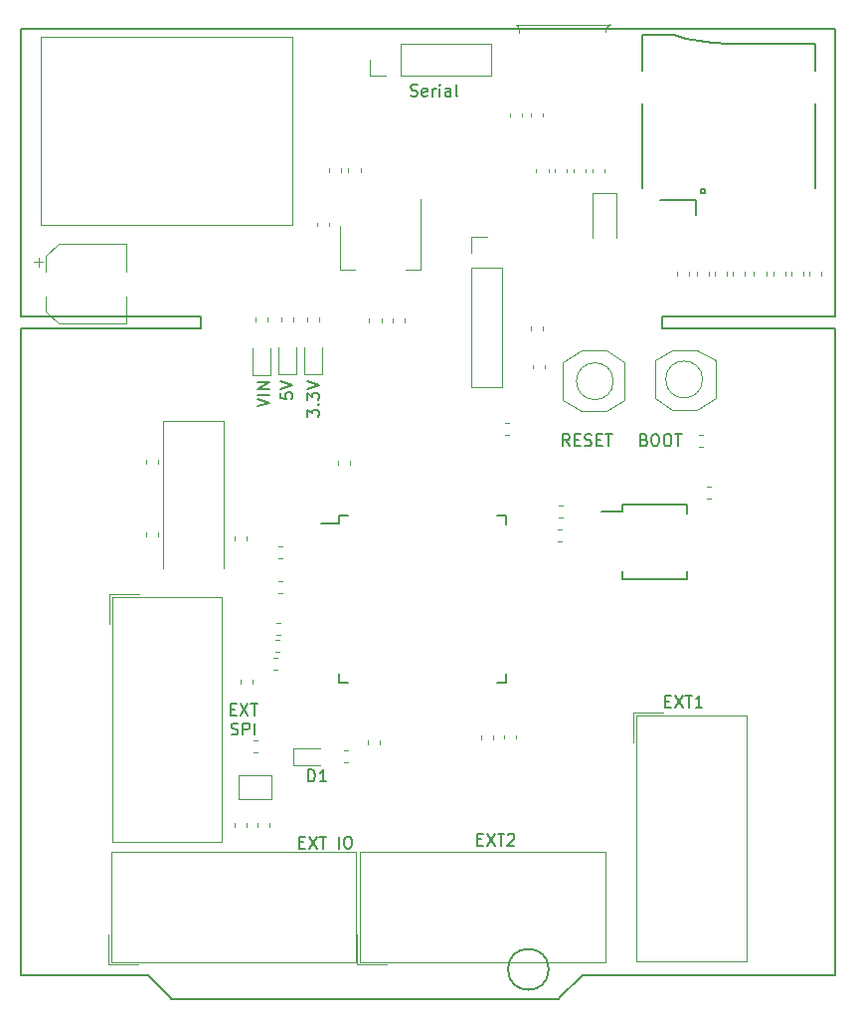
<source format=gto>
G04 #@! TF.GenerationSoftware,KiCad,Pcbnew,5.1.0-unknown-9e240db~82~ubuntu18.10.1*
G04 #@! TF.CreationDate,2019-04-07T18:23:48-07:00*
G04 #@! TF.ProjectId,Nucleo-64-407,4e75636c-656f-42d3-9634-2d3430372e6b,rev?*
G04 #@! TF.SameCoordinates,PX328b740PY6ea0500*
G04 #@! TF.FileFunction,Legend,Top*
G04 #@! TF.FilePolarity,Positive*
%FSLAX46Y46*%
G04 Gerber Fmt 4.6, Leading zero omitted, Abs format (unit mm)*
G04 Created by KiCad (PCBNEW 5.1.0-unknown-9e240db~82~ubuntu18.10.1) date 2019-04-07 18:23:48*
%MOMM*%
%LPD*%
G04 APERTURE LIST*
%ADD10C,0.150000*%
%ADD11C,0.120000*%
%ADD12C,0.100000*%
G04 APERTURE END LIST*
D10*
X18178571Y22646429D02*
X18511904Y22646429D01*
X18654761Y22122620D02*
X18178571Y22122620D01*
X18178571Y23122620D01*
X18654761Y23122620D01*
X18988095Y23122620D02*
X19654761Y22122620D01*
X19654761Y23122620D02*
X18988095Y22122620D01*
X19892857Y23122620D02*
X20464285Y23122620D01*
X20178571Y22122620D02*
X20178571Y23122620D01*
X18226190Y20520239D02*
X18369047Y20472620D01*
X18607142Y20472620D01*
X18702380Y20520239D01*
X18750000Y20567858D01*
X18797619Y20663096D01*
X18797619Y20758334D01*
X18750000Y20853572D01*
X18702380Y20901191D01*
X18607142Y20948810D01*
X18416666Y20996429D01*
X18321428Y21044048D01*
X18273809Y21091667D01*
X18226190Y21186905D01*
X18226190Y21282143D01*
X18273809Y21377381D01*
X18321428Y21425000D01*
X18416666Y21472620D01*
X18654761Y21472620D01*
X18797619Y21425000D01*
X19226190Y20472620D02*
X19226190Y21472620D01*
X19607142Y21472620D01*
X19702380Y21425000D01*
X19750000Y21377381D01*
X19797619Y21282143D01*
X19797619Y21139286D01*
X19750000Y21044048D01*
X19702380Y20996429D01*
X19607142Y20948810D01*
X19226190Y20948810D01*
X20226190Y20472620D02*
X20226190Y21472620D01*
X24035714Y11321429D02*
X24369047Y11321429D01*
X24511904Y10797620D02*
X24035714Y10797620D01*
X24035714Y11797620D01*
X24511904Y11797620D01*
X24845238Y11797620D02*
X25511904Y10797620D01*
X25511904Y11797620D02*
X24845238Y10797620D01*
X25750000Y11797620D02*
X26321428Y11797620D01*
X26035714Y10797620D02*
X26035714Y11797620D01*
X27416666Y10797620D02*
X27416666Y11797620D01*
X28083333Y11797620D02*
X28273809Y11797620D01*
X28369047Y11750000D01*
X28464285Y11654762D01*
X28511904Y11464286D01*
X28511904Y11130953D01*
X28464285Y10940477D01*
X28369047Y10845239D01*
X28273809Y10797620D01*
X28083333Y10797620D01*
X27988095Y10845239D01*
X27892857Y10940477D01*
X27845238Y11130953D01*
X27845238Y11464286D01*
X27892857Y11654762D01*
X27988095Y11750000D01*
X28083333Y11797620D01*
X39202380Y11571429D02*
X39535714Y11571429D01*
X39678571Y11047620D02*
X39202380Y11047620D01*
X39202380Y12047620D01*
X39678571Y12047620D01*
X40011904Y12047620D02*
X40678571Y11047620D01*
X40678571Y12047620D02*
X40011904Y11047620D01*
X40916666Y12047620D02*
X41488095Y12047620D01*
X41202380Y11047620D02*
X41202380Y12047620D01*
X41773809Y11952381D02*
X41821428Y12000000D01*
X41916666Y12047620D01*
X42154761Y12047620D01*
X42250000Y12000000D01*
X42297619Y11952381D01*
X42345238Y11857143D01*
X42345238Y11761905D01*
X42297619Y11619048D01*
X41726190Y11047620D01*
X42345238Y11047620D01*
X55202380Y23321429D02*
X55535714Y23321429D01*
X55678571Y22797620D02*
X55202380Y22797620D01*
X55202380Y23797620D01*
X55678571Y23797620D01*
X56011904Y23797620D02*
X56678571Y22797620D01*
X56678571Y23797620D02*
X56011904Y22797620D01*
X56916666Y23797620D02*
X57488095Y23797620D01*
X57202380Y22797620D02*
X57202380Y23797620D01*
X58345238Y22797620D02*
X57773809Y22797620D01*
X58059523Y22797620D02*
X58059523Y23797620D01*
X57964285Y23654762D01*
X57869047Y23559524D01*
X57773809Y23511905D01*
X24811904Y16497620D02*
X24811904Y17497620D01*
X25050000Y17497620D01*
X25192857Y17450000D01*
X25288095Y17354762D01*
X25335714Y17259524D01*
X25383333Y17069048D01*
X25383333Y16926191D01*
X25335714Y16735715D01*
X25288095Y16640477D01*
X25192857Y16545239D01*
X25050000Y16497620D01*
X24811904Y16497620D01*
X26335714Y16497620D02*
X25764285Y16497620D01*
X26050000Y16497620D02*
X26050000Y17497620D01*
X25954761Y17354762D01*
X25859523Y17259524D01*
X25764285Y17211905D01*
X33523809Y74845239D02*
X33666666Y74797620D01*
X33904761Y74797620D01*
X34000000Y74845239D01*
X34047619Y74892858D01*
X34095238Y74988096D01*
X34095238Y75083334D01*
X34047619Y75178572D01*
X34000000Y75226191D01*
X33904761Y75273810D01*
X33714285Y75321429D01*
X33619047Y75369048D01*
X33571428Y75416667D01*
X33523809Y75511905D01*
X33523809Y75607143D01*
X33571428Y75702381D01*
X33619047Y75750000D01*
X33714285Y75797620D01*
X33952380Y75797620D01*
X34095238Y75750000D01*
X34904761Y74845239D02*
X34809523Y74797620D01*
X34619047Y74797620D01*
X34523809Y74845239D01*
X34476190Y74940477D01*
X34476190Y75321429D01*
X34523809Y75416667D01*
X34619047Y75464286D01*
X34809523Y75464286D01*
X34904761Y75416667D01*
X34952380Y75321429D01*
X34952380Y75226191D01*
X34476190Y75130953D01*
X35380952Y74797620D02*
X35380952Y75464286D01*
X35380952Y75273810D02*
X35428571Y75369048D01*
X35476190Y75416667D01*
X35571428Y75464286D01*
X35666666Y75464286D01*
X36000000Y74797620D02*
X36000000Y75464286D01*
X36000000Y75797620D02*
X35952380Y75750000D01*
X36000000Y75702381D01*
X36047619Y75750000D01*
X36000000Y75797620D01*
X36000000Y75702381D01*
X36904761Y74797620D02*
X36904761Y75321429D01*
X36857142Y75416667D01*
X36761904Y75464286D01*
X36571428Y75464286D01*
X36476190Y75416667D01*
X36904761Y74845239D02*
X36809523Y74797620D01*
X36571428Y74797620D01*
X36476190Y74845239D01*
X36428571Y74940477D01*
X36428571Y75035715D01*
X36476190Y75130953D01*
X36571428Y75178572D01*
X36809523Y75178572D01*
X36904761Y75226191D01*
X37523809Y74797620D02*
X37428571Y74845239D01*
X37380952Y74940477D01*
X37380952Y75797620D01*
X47047619Y45047620D02*
X46714285Y45523810D01*
X46476190Y45047620D02*
X46476190Y46047620D01*
X46857142Y46047620D01*
X46952380Y46000000D01*
X47000000Y45952381D01*
X47047619Y45857143D01*
X47047619Y45714286D01*
X47000000Y45619048D01*
X46952380Y45571429D01*
X46857142Y45523810D01*
X46476190Y45523810D01*
X47476190Y45571429D02*
X47809523Y45571429D01*
X47952380Y45047620D02*
X47476190Y45047620D01*
X47476190Y46047620D01*
X47952380Y46047620D01*
X48333333Y45095239D02*
X48476190Y45047620D01*
X48714285Y45047620D01*
X48809523Y45095239D01*
X48857142Y45142858D01*
X48904761Y45238096D01*
X48904761Y45333334D01*
X48857142Y45428572D01*
X48809523Y45476191D01*
X48714285Y45523810D01*
X48523809Y45571429D01*
X48428571Y45619048D01*
X48380952Y45666667D01*
X48333333Y45761905D01*
X48333333Y45857143D01*
X48380952Y45952381D01*
X48428571Y46000000D01*
X48523809Y46047620D01*
X48761904Y46047620D01*
X48904761Y46000000D01*
X49333333Y45571429D02*
X49666666Y45571429D01*
X49809523Y45047620D02*
X49333333Y45047620D01*
X49333333Y46047620D01*
X49809523Y46047620D01*
X50095238Y46047620D02*
X50666666Y46047620D01*
X50380952Y45047620D02*
X50380952Y46047620D01*
X53392857Y45571429D02*
X53535714Y45523810D01*
X53583333Y45476191D01*
X53630952Y45380953D01*
X53630952Y45238096D01*
X53583333Y45142858D01*
X53535714Y45095239D01*
X53440476Y45047620D01*
X53059523Y45047620D01*
X53059523Y46047620D01*
X53392857Y46047620D01*
X53488095Y46000000D01*
X53535714Y45952381D01*
X53583333Y45857143D01*
X53583333Y45761905D01*
X53535714Y45666667D01*
X53488095Y45619048D01*
X53392857Y45571429D01*
X53059523Y45571429D01*
X54250000Y46047620D02*
X54440476Y46047620D01*
X54535714Y46000000D01*
X54630952Y45904762D01*
X54678571Y45714286D01*
X54678571Y45380953D01*
X54630952Y45190477D01*
X54535714Y45095239D01*
X54440476Y45047620D01*
X54250000Y45047620D01*
X54154761Y45095239D01*
X54059523Y45190477D01*
X54011904Y45380953D01*
X54011904Y45714286D01*
X54059523Y45904762D01*
X54154761Y46000000D01*
X54250000Y46047620D01*
X55297619Y46047620D02*
X55488095Y46047620D01*
X55583333Y46000000D01*
X55678571Y45904762D01*
X55726190Y45714286D01*
X55726190Y45380953D01*
X55678571Y45190477D01*
X55583333Y45095239D01*
X55488095Y45047620D01*
X55297619Y45047620D01*
X55202380Y45095239D01*
X55107142Y45190477D01*
X55059523Y45380953D01*
X55059523Y45714286D01*
X55107142Y45904762D01*
X55202380Y46000000D01*
X55297619Y46047620D01*
X56011904Y46047620D02*
X56583333Y46047620D01*
X56297619Y45047620D02*
X56297619Y46047620D01*
X24702380Y47523810D02*
X24702380Y48142858D01*
X25083333Y47809524D01*
X25083333Y47952381D01*
X25130952Y48047620D01*
X25178571Y48095239D01*
X25273809Y48142858D01*
X25511904Y48142858D01*
X25607142Y48095239D01*
X25654761Y48047620D01*
X25702380Y47952381D01*
X25702380Y47666667D01*
X25654761Y47571429D01*
X25607142Y47523810D01*
X25607142Y48571429D02*
X25654761Y48619048D01*
X25702380Y48571429D01*
X25654761Y48523810D01*
X25607142Y48571429D01*
X25702380Y48571429D01*
X24702380Y48952381D02*
X24702380Y49571429D01*
X25083333Y49238096D01*
X25083333Y49380953D01*
X25130952Y49476191D01*
X25178571Y49523810D01*
X25273809Y49571429D01*
X25511904Y49571429D01*
X25607142Y49523810D01*
X25654761Y49476191D01*
X25702380Y49380953D01*
X25702380Y49095239D01*
X25654761Y49000000D01*
X25607142Y48952381D01*
X24702380Y49857143D02*
X25702380Y50190477D01*
X24702380Y50523810D01*
X22452380Y49559524D02*
X22452380Y49083334D01*
X22928571Y49035715D01*
X22880952Y49083334D01*
X22833333Y49178572D01*
X22833333Y49416667D01*
X22880952Y49511905D01*
X22928571Y49559524D01*
X23023809Y49607143D01*
X23261904Y49607143D01*
X23357142Y49559524D01*
X23404761Y49511905D01*
X23452380Y49416667D01*
X23452380Y49178572D01*
X23404761Y49083334D01*
X23357142Y49035715D01*
X22452380Y49892858D02*
X23452380Y50226191D01*
X22452380Y50559524D01*
X20452380Y48404762D02*
X21452380Y48738096D01*
X20452380Y49071429D01*
X21452380Y49404762D02*
X20452380Y49404762D01*
X21452380Y49880953D02*
X20452380Y49880953D01*
X21452380Y50452381D01*
X20452380Y50452381D01*
D11*
X41990000Y73049721D02*
X41990000Y73375279D01*
X43010000Y73049721D02*
X43010000Y73375279D01*
X43740000Y73049721D02*
X43740000Y73375279D01*
X44760000Y73049721D02*
X44760000Y73375279D01*
D12*
X58365248Y50700000D02*
G75*
G03X58365248Y50700000I-1565248J0D01*
G01*
X54300000Y52300000D02*
X55800000Y53200000D01*
X55800000Y48100000D02*
X54300000Y49100000D01*
X59500000Y49100000D02*
X57900000Y48100000D01*
X57900000Y53200000D02*
X59500000Y52300000D01*
X57900000Y48100000D02*
X55800000Y48100000D01*
X59500000Y52300000D02*
X59500000Y49100000D01*
X55800000Y53200000D02*
X57900000Y53200000D01*
X54300000Y49100000D02*
X54300000Y52300000D01*
X50765248Y50550000D02*
G75*
G03X50765248Y50550000I-1565248J0D01*
G01*
X51700000Y48950000D02*
X50200000Y48050000D01*
X50200000Y53150000D02*
X51700000Y52150000D01*
X46500000Y52150000D02*
X48100000Y53150000D01*
X48100000Y48050000D02*
X46500000Y48950000D01*
X48100000Y53150000D02*
X50200000Y53150000D01*
X46500000Y48950000D02*
X46500000Y52150000D01*
X50200000Y48050000D02*
X48100000Y48050000D01*
X51700000Y52150000D02*
X51700000Y48950000D01*
X50136784Y80250000D02*
G75*
G02X50500001Y80899999I763216J0D01*
G01*
X42550822Y80876234D02*
G75*
G02X42799999Y80150001I-350822J-526234D01*
G01*
X50500000Y80900000D02*
X42500000Y80900000D01*
D10*
X57800000Y66000000D02*
X54800000Y66000000D01*
X58250000Y66900000D02*
X58250000Y66600000D01*
X58550000Y66900000D02*
X58250000Y66900000D01*
X58550000Y66600000D02*
X58550000Y66900000D01*
X58250000Y66600000D02*
X58550000Y66600000D01*
X53250000Y67000000D02*
X53250000Y74200000D01*
X53250000Y80000000D02*
X53250000Y77000000D01*
X55950000Y80000000D02*
X53250000Y80000000D01*
X67950000Y77000000D02*
X67950000Y79300000D01*
X67950000Y74200000D02*
X67950000Y67000000D01*
X57800000Y66000000D02*
X57800000Y64700000D01*
X57000000Y79700000D02*
X55950000Y80000000D01*
X58100000Y79500000D02*
X57000000Y79700000D01*
X59250000Y79350000D02*
X58100000Y79500000D01*
X60600000Y79300000D02*
X59250000Y79350000D01*
X67950000Y79300000D02*
X60600000Y79300000D01*
X351500Y55055014D02*
X351500Y54987D01*
X15591500Y55055000D02*
X351500Y55055000D01*
X15641500Y56055000D02*
X15641500Y55055000D01*
X391500Y56055000D02*
X15641500Y56055000D01*
X351500Y80555037D02*
X351500Y56054968D01*
X69641511Y80515000D02*
X351500Y80515000D01*
X69641500Y56055000D02*
X69641500Y80555000D01*
X54891500Y56055000D02*
X69641500Y56055000D01*
X54891500Y55055000D02*
X54891500Y56055000D01*
X69641500Y55055000D02*
X54891500Y55055000D01*
X69641500Y55000D02*
X69641500Y55055000D01*
X48141463Y15000D02*
X69641526Y15000D01*
X46121500Y-1965000D02*
X48141500Y55000D01*
X13141476Y-1985000D02*
X46141522Y-1985000D01*
X11141500Y55000D02*
X13141500Y-1945000D01*
X351500Y15000D02*
X11141574Y15000D01*
X45270983Y515000D02*
G75*
G03X45270983Y515000I-1739483J0D01*
G01*
D11*
X22265000Y53412500D02*
X22265000Y51127500D01*
X22265000Y51127500D02*
X23735000Y51127500D01*
X23735000Y51127500D02*
X23735000Y53412500D01*
X24465000Y53412500D02*
X24465000Y51127500D01*
X24465000Y51127500D02*
X25935000Y51127500D01*
X25935000Y51127500D02*
X25935000Y53412500D01*
X20065000Y53387500D02*
X20065000Y51102500D01*
X20065000Y51102500D02*
X21535000Y51102500D01*
X21535000Y51102500D02*
X21535000Y53387500D01*
X25812500Y19335000D02*
X23527500Y19335000D01*
X23527500Y19335000D02*
X23527500Y17865000D01*
X23527500Y17865000D02*
X25812500Y17865000D01*
X23510000Y55950279D02*
X23510000Y55624721D01*
X22490000Y55950279D02*
X22490000Y55624721D01*
X25710000Y55950279D02*
X25710000Y55624721D01*
X24690000Y55950279D02*
X24690000Y55624721D01*
X21310000Y55950279D02*
X21310000Y55624721D01*
X20290000Y55950279D02*
X20290000Y55624721D01*
X27849721Y19110000D02*
X28175279Y19110000D01*
X27849721Y18090000D02*
X28175279Y18090000D01*
X21510000Y12950779D02*
X21510000Y12625221D01*
X20490000Y12950779D02*
X20490000Y12625221D01*
X19510000Y12950779D02*
X19510000Y12625221D01*
X18490000Y12950779D02*
X18490000Y12625221D01*
X58049221Y46010000D02*
X58374779Y46010000D01*
X58049221Y44990000D02*
X58374779Y44990000D01*
X46824000Y68626779D02*
X46824000Y68301221D01*
X45804000Y68626779D02*
X45804000Y68301221D01*
X48412000Y68626779D02*
X48412000Y68301221D01*
X47392000Y68626779D02*
X47392000Y68301221D01*
X45236500Y68626779D02*
X45236500Y68301221D01*
X44216500Y68626779D02*
X44216500Y68301221D01*
X68478000Y59876279D02*
X68478000Y59550721D01*
X67458000Y59876279D02*
X67458000Y59550721D01*
X66954000Y59876279D02*
X66954000Y59550721D01*
X65934000Y59876279D02*
X65934000Y59550721D01*
X65430000Y59876279D02*
X65430000Y59550721D01*
X64410000Y59876279D02*
X64410000Y59550721D01*
X63778000Y59876279D02*
X63778000Y59550721D01*
X62758000Y59876279D02*
X62758000Y59550721D01*
X61937000Y59863779D02*
X61937000Y59538221D01*
X60917000Y59863779D02*
X60917000Y59538221D01*
X60413000Y59876279D02*
X60413000Y59550721D01*
X59393000Y59876279D02*
X59393000Y59550721D01*
X58889000Y59876279D02*
X58889000Y59550721D01*
X57869000Y59876279D02*
X57869000Y59550721D01*
X20124721Y20010000D02*
X20450279Y20010000D01*
X20124721Y18990000D02*
X20450279Y18990000D01*
X20010000Y25162779D02*
X20010000Y24837221D01*
X18990000Y25162779D02*
X18990000Y24837221D01*
X19510000Y37375279D02*
X19510000Y37049721D01*
X18490000Y37375279D02*
X18490000Y37049721D01*
X41549721Y47010000D02*
X41875279Y47010000D01*
X41549721Y45990000D02*
X41875279Y45990000D01*
X43915000Y51624721D02*
X43915000Y51950279D01*
X44935000Y51624721D02*
X44935000Y51950279D01*
X26567500Y64054779D02*
X26567500Y63729221D01*
X25547500Y64054779D02*
X25547500Y63729221D01*
X31010000Y55912779D02*
X31010000Y55587221D01*
X29990000Y55912779D02*
X29990000Y55587221D01*
X33010000Y55900279D02*
X33010000Y55574721D01*
X31990000Y55900279D02*
X31990000Y55574721D01*
X58724221Y41580000D02*
X59049779Y41580000D01*
X58724221Y40560000D02*
X59049779Y40560000D01*
X26563500Y68313721D02*
X26563500Y68639279D01*
X27583500Y68313721D02*
X27583500Y68639279D01*
X28214500Y68313721D02*
X28214500Y68639279D01*
X29234500Y68313721D02*
X29234500Y68639279D01*
X56218000Y59538221D02*
X56218000Y59863779D01*
X57238000Y59538221D02*
X57238000Y59863779D01*
X22575279Y35490000D02*
X22249721Y35490000D01*
X22575279Y36510000D02*
X22249721Y36510000D01*
X22375279Y28990000D02*
X22049721Y28990000D01*
X22375279Y30010000D02*
X22049721Y30010000D01*
X22162779Y25990000D02*
X21837221Y25990000D01*
X22162779Y27010000D02*
X21837221Y27010000D01*
X22350279Y27490000D02*
X22024721Y27490000D01*
X22350279Y28510000D02*
X22024721Y28510000D01*
X46124721Y40010000D02*
X46450279Y40010000D01*
X46124721Y38990000D02*
X46450279Y38990000D01*
X42510000Y20450279D02*
X42510000Y20124721D01*
X41490000Y20450279D02*
X41490000Y20124721D01*
X46350279Y36890000D02*
X46024721Y36890000D01*
X46350279Y37910000D02*
X46024721Y37910000D01*
X10990000Y37337221D02*
X10990000Y37662779D01*
X12010000Y37337221D02*
X12010000Y37662779D01*
X12010000Y43875279D02*
X12010000Y43549721D01*
X10990000Y43875279D02*
X10990000Y43549721D01*
X22562779Y32490000D02*
X22237221Y32490000D01*
X22562779Y33510000D02*
X22237221Y33510000D01*
X39490000Y20049721D02*
X39490000Y20375279D01*
X40510000Y20049721D02*
X40510000Y20375279D01*
X43740000Y54874721D02*
X43740000Y55200279D01*
X44760000Y54874721D02*
X44760000Y55200279D01*
X27290000Y43437221D02*
X27290000Y43762779D01*
X28310000Y43437221D02*
X28310000Y43762779D01*
X30910000Y19962779D02*
X30910000Y19637221D01*
X29890000Y19962779D02*
X29890000Y19637221D01*
X7861000Y32446000D02*
X10401000Y32446000D01*
X7861000Y32446000D02*
X7861000Y29906000D01*
X8111000Y32196000D02*
X17461000Y32196000D01*
X8111000Y11336000D02*
X8111000Y32196000D01*
X17461000Y11336000D02*
X8111000Y11336000D01*
X17461000Y32196000D02*
X17461000Y11336000D01*
X7757500Y903000D02*
X7757500Y3443000D01*
X7757500Y903000D02*
X10297500Y903000D01*
X8007500Y1153000D02*
X8007500Y10503000D01*
X28867500Y1153000D02*
X8007500Y1153000D01*
X28867500Y10503000D02*
X28867500Y1153000D01*
X8007500Y10503000D02*
X28867500Y10503000D01*
X52501000Y22349500D02*
X55041000Y22349500D01*
X52501000Y22349500D02*
X52501000Y19809500D01*
X52751000Y22099500D02*
X62101000Y22099500D01*
X52751000Y1239500D02*
X52751000Y22099500D01*
X62101000Y1239500D02*
X52751000Y1239500D01*
X62101000Y22099500D02*
X62101000Y1239500D01*
X28966500Y903000D02*
X28966500Y3443000D01*
X28966500Y903000D02*
X31506500Y903000D01*
X29216500Y1153000D02*
X29216500Y10503000D01*
X50076500Y1153000D02*
X29216500Y1153000D01*
X50076500Y10503000D02*
X50076500Y1153000D01*
X29216500Y10503000D02*
X50076500Y10503000D01*
X12450000Y47200000D02*
X12450000Y34600000D01*
X17550000Y47200000D02*
X12450000Y47200000D01*
X17550000Y34600000D02*
X17550000Y47200000D01*
D12*
X2028500Y63873000D02*
X2028500Y79873000D01*
X23428500Y63873000D02*
X2028500Y63873000D01*
X23428500Y79873000D02*
X23428500Y63873000D01*
X2028500Y79873000D02*
X23428500Y79873000D01*
D10*
X51518000Y39429000D02*
X49768000Y39429000D01*
X51518000Y33674000D02*
X57018000Y33674000D01*
X51518000Y40084000D02*
X57018000Y40084000D01*
X51518000Y33674000D02*
X51518000Y34424000D01*
X57018000Y33674000D02*
X57018000Y34424000D01*
X57018000Y40084000D02*
X57018000Y39334000D01*
X51518000Y40084000D02*
X51518000Y39429000D01*
D11*
X34357000Y66036500D02*
X34357000Y60026500D01*
X27537000Y63786500D02*
X27537000Y60026500D01*
X34357000Y60026500D02*
X33097000Y60026500D01*
X27537000Y60026500D02*
X28797000Y60026500D01*
D10*
X27375000Y38475000D02*
X25850000Y38475000D01*
X41625000Y39125000D02*
X40865000Y39125000D01*
X41625000Y24875000D02*
X40865000Y24875000D01*
X27375000Y24875000D02*
X28135000Y24875000D01*
X27375000Y39125000D02*
X28135000Y39125000D01*
X27375000Y24875000D02*
X27375000Y25635000D01*
X41625000Y24875000D02*
X41625000Y25635000D01*
X41625000Y39125000D02*
X41625000Y38365000D01*
X27375000Y39125000D02*
X27375000Y38475000D01*
D11*
X21675000Y15000000D02*
X18875000Y15000000D01*
X18875000Y15000000D02*
X18875000Y17000000D01*
X18875000Y17000000D02*
X21675000Y17000000D01*
X21675000Y17000000D02*
X21675000Y15000000D01*
X30061500Y76570000D02*
X30061500Y77900000D01*
X31391500Y76570000D02*
X30061500Y76570000D01*
X32661500Y76570000D02*
X32661500Y79230000D01*
X32661500Y79230000D02*
X40341500Y79230000D01*
X32661500Y76570000D02*
X40341500Y76570000D01*
X40341500Y76570000D02*
X40341500Y79230000D01*
X38670000Y62830000D02*
X40000000Y62830000D01*
X38670000Y61500000D02*
X38670000Y62830000D01*
X38670000Y60230000D02*
X41330000Y60230000D01*
X41330000Y60230000D02*
X41330000Y50010000D01*
X38670000Y60230000D02*
X38670000Y50010000D01*
X38670000Y50010000D02*
X41330000Y50010000D01*
X48979000Y68626779D02*
X48979000Y68301221D01*
X49999000Y68626779D02*
X49999000Y68301221D01*
X50997000Y66577500D02*
X50997000Y62727500D01*
X48997000Y66577500D02*
X48997000Y62727500D01*
X50997000Y66577500D02*
X48997000Y66577500D01*
X1814750Y61091250D02*
X1814750Y60303750D01*
X1421000Y60697500D02*
X2208500Y60697500D01*
X2448500Y56504437D02*
X3512937Y55440000D01*
X2448500Y61195563D02*
X3512937Y62260000D01*
X2448500Y61195563D02*
X2448500Y59910000D01*
X2448500Y56504437D02*
X2448500Y57790000D01*
X3512937Y55440000D02*
X9268500Y55440000D01*
X3512937Y62260000D02*
X9268500Y62260000D01*
X9268500Y62260000D02*
X9268500Y59910000D01*
X9268500Y55440000D02*
X9268500Y57790000D01*
M02*

</source>
